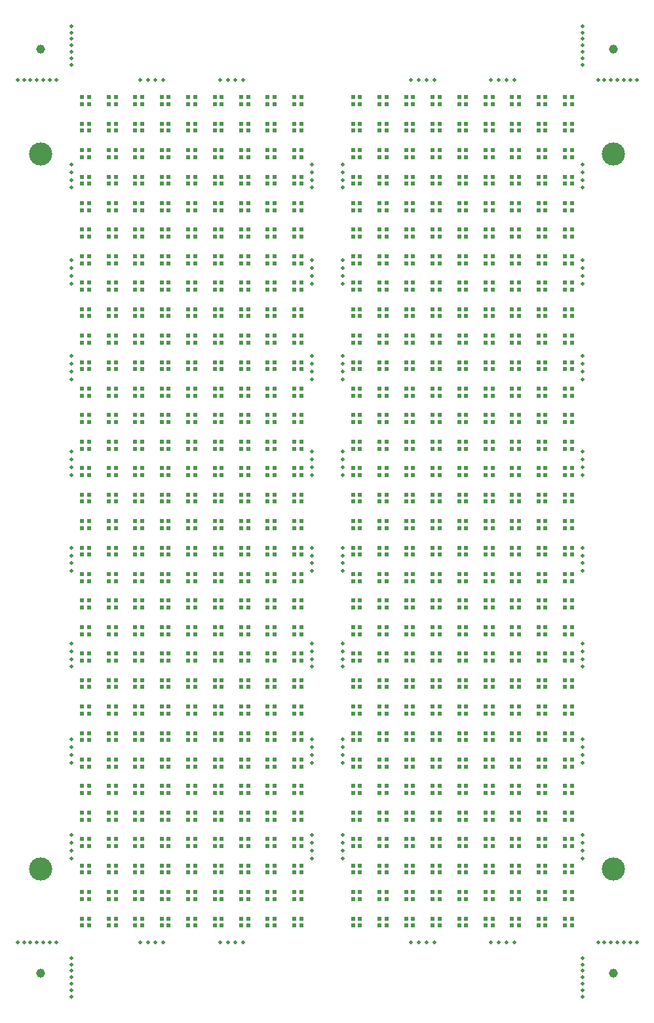
<source format=gts>
G04 #@! TF.GenerationSoftware,KiCad,Pcbnew,8.0.1*
G04 #@! TF.CreationDate,2024-03-31T21:58:01-04:00*
G04 #@! TF.ProjectId,RGB-Panel,5247422d-5061-46e6-956c-2e6b69636164,V3.0*
G04 #@! TF.SameCoordinates,Original*
G04 #@! TF.FileFunction,Soldermask,Top*
G04 #@! TF.FilePolarity,Negative*
%FSLAX46Y46*%
G04 Gerber Fmt 4.6, Leading zero omitted, Abs format (unit mm)*
G04 Created by KiCad (PCBNEW 8.0.1) date 2024-03-31 21:58:01*
%MOMM*%
%LPD*%
G01*
G04 APERTURE LIST*
%ADD10R,0.500000X0.500000*%
%ADD11C,0.500000*%
%ADD12C,1.152000*%
%ADD13C,3.000000*%
G04 APERTURE END LIST*
D10*
X84527006Y-33516000D03*
X84527006Y-32616000D03*
X83627006Y-32616000D03*
X83627006Y-33516000D03*
X101642006Y-71169000D03*
X101642006Y-70269000D03*
X100742006Y-70269000D03*
X100742006Y-71169000D03*
X91373006Y-91707000D03*
X91373006Y-90807000D03*
X90473006Y-90807000D03*
X90473006Y-91707000D03*
X119527006Y-98553000D03*
X119527006Y-97653000D03*
X118627006Y-97653000D03*
X118627006Y-98553000D03*
X81104006Y-54054000D03*
X81104006Y-53154000D03*
X80204006Y-53154000D03*
X80204006Y-54054000D03*
X133219006Y-47208000D03*
X133219006Y-46308000D03*
X132319006Y-46308000D03*
X132319006Y-47208000D03*
X81104006Y-136206000D03*
X81104006Y-135306000D03*
X80204006Y-135306000D03*
X80204006Y-136206000D03*
X122950006Y-54054000D03*
X122950006Y-53154000D03*
X122050006Y-53154000D03*
X122050006Y-54054000D03*
D11*
X102999997Y-89388886D03*
D10*
X87950006Y-67746000D03*
X87950006Y-66846000D03*
X87050006Y-66846000D03*
X87050006Y-67746000D03*
X87950006Y-74592000D03*
X87950006Y-73692000D03*
X87050006Y-73692000D03*
X87050006Y-74592000D03*
D11*
X137999994Y-64633332D03*
X103000000Y-115144441D03*
D10*
X116104006Y-132783000D03*
X116104006Y-131883000D03*
X115204006Y-131883000D03*
X115204006Y-132783000D03*
X77681006Y-95130000D03*
X77681006Y-94230000D03*
X76781006Y-94230000D03*
X76781006Y-95130000D03*
D11*
X127166667Y-27000001D03*
D10*
X122950006Y-43785000D03*
X122950006Y-42885000D03*
X122050006Y-42885000D03*
X122050006Y-43785000D03*
X101642006Y-54054000D03*
X101642006Y-53154000D03*
X100742006Y-53154000D03*
X100742006Y-54054000D03*
D11*
X80833332Y-138399995D03*
D10*
X136642006Y-84861000D03*
X136642006Y-83961000D03*
X135742006Y-83961000D03*
X135742006Y-84861000D03*
X119527006Y-95130000D03*
X119527006Y-94230000D03*
X118627006Y-94230000D03*
X118627006Y-95130000D03*
X81104006Y-125937000D03*
X81104006Y-125037000D03*
X80204006Y-125037000D03*
X80204006Y-125937000D03*
X81104006Y-81438000D03*
X81104006Y-80538000D03*
X80204006Y-80538000D03*
X80204006Y-81438000D03*
D11*
X129166667Y-138399995D03*
D10*
X116104006Y-95130000D03*
X116104006Y-94230000D03*
X115204006Y-94230000D03*
X115204006Y-95130000D03*
D11*
X144166669Y-27000000D03*
X118833331Y-138399995D03*
D10*
X126373006Y-119091000D03*
X126373006Y-118191000D03*
X125473006Y-118191000D03*
X125473006Y-119091000D03*
X101642006Y-95130000D03*
X101642006Y-94230000D03*
X100742006Y-94230000D03*
X100742006Y-95130000D03*
X94796006Y-33516000D03*
X94796006Y-32616000D03*
X93896006Y-32616000D03*
X93896006Y-33516000D03*
D11*
X71999998Y-125522218D03*
D10*
X94796006Y-30093000D03*
X94796006Y-29193000D03*
X93896006Y-29193000D03*
X93896006Y-30093000D03*
X91373006Y-64323000D03*
X91373006Y-63423000D03*
X90473006Y-63423000D03*
X90473006Y-64323000D03*
X119527006Y-84861000D03*
X119527006Y-83961000D03*
X118627006Y-83961000D03*
X118627006Y-84861000D03*
X98219006Y-125937000D03*
X98219006Y-125037000D03*
X97319006Y-125037000D03*
X97319006Y-125937000D03*
X112681006Y-60900000D03*
X112681006Y-60000000D03*
X111781006Y-60000000D03*
X111781006Y-60900000D03*
X91373006Y-129360000D03*
X91373006Y-128460000D03*
X90473006Y-128460000D03*
X90473006Y-129360000D03*
X91373006Y-78015000D03*
X91373006Y-77115000D03*
X90473006Y-77115000D03*
X90473006Y-78015000D03*
X109258006Y-136206000D03*
X109258006Y-135306000D03*
X108358006Y-135306000D03*
X108358006Y-136206000D03*
X101642006Y-81438000D03*
X101642006Y-80538000D03*
X100742006Y-80538000D03*
X100742006Y-81438000D03*
X136642006Y-112245000D03*
X136642006Y-111345000D03*
X135742006Y-111345000D03*
X135742006Y-112245000D03*
X91373006Y-119091000D03*
X91373006Y-118191000D03*
X90473006Y-118191000D03*
X90473006Y-119091000D03*
X129796006Y-105399000D03*
X129796006Y-104499000D03*
X128896006Y-104499000D03*
X128896006Y-105399000D03*
X126373006Y-129360000D03*
X126373006Y-128460000D03*
X125473006Y-128460000D03*
X125473006Y-129360000D03*
X112681006Y-67746000D03*
X112681006Y-66846000D03*
X111781006Y-66846000D03*
X111781006Y-67746000D03*
X119527006Y-81438000D03*
X119527006Y-80538000D03*
X118627006Y-80538000D03*
X118627006Y-81438000D03*
D11*
X72000002Y-78011109D03*
X71999997Y-127522218D03*
D10*
X129796006Y-88284000D03*
X129796006Y-87384000D03*
X128896006Y-87384000D03*
X128896006Y-88284000D03*
X133219006Y-95130000D03*
X133219006Y-94230000D03*
X132319006Y-94230000D03*
X132319006Y-95130000D03*
X119527006Y-71169000D03*
X119527006Y-70269000D03*
X118627006Y-70269000D03*
X118627006Y-71169000D03*
X116104006Y-47208000D03*
X116104006Y-46308000D03*
X115204006Y-46308000D03*
X115204006Y-47208000D03*
X109258006Y-88284000D03*
X109258006Y-87384000D03*
X108358006Y-87384000D03*
X108358006Y-88284000D03*
X91373006Y-115668000D03*
X91373006Y-114768000D03*
X90473006Y-114768000D03*
X90473006Y-115668000D03*
X77681006Y-54054000D03*
X77681006Y-53154000D03*
X76781006Y-53154000D03*
X76781006Y-54054000D03*
X136642006Y-98553000D03*
X136642006Y-97653000D03*
X135742006Y-97653000D03*
X135742006Y-98553000D03*
D11*
X107000005Y-38877777D03*
X128166667Y-138399995D03*
D10*
X87950006Y-64323000D03*
X87950006Y-63423000D03*
X87050006Y-63423000D03*
X87050006Y-64323000D03*
X136642006Y-95130000D03*
X136642006Y-94230000D03*
X135742006Y-94230000D03*
X135742006Y-95130000D03*
X112681006Y-40362000D03*
X112681006Y-39462000D03*
X111781006Y-39462000D03*
X111781006Y-40362000D03*
X136642006Y-57477000D03*
X136642006Y-56577000D03*
X135742006Y-56577000D03*
X135742006Y-57477000D03*
X112681006Y-98553000D03*
X112681006Y-97653000D03*
X111781006Y-97653000D03*
X111781006Y-98553000D03*
D11*
X71999997Y-141233328D03*
D10*
X112681006Y-47208000D03*
X112681006Y-46308000D03*
X111781006Y-46308000D03*
X111781006Y-47208000D03*
D11*
X71999997Y-22500000D03*
D10*
X126373006Y-67746000D03*
X126373006Y-66846000D03*
X125473006Y-66846000D03*
X125473006Y-67746000D03*
X119527006Y-43785000D03*
X119527006Y-42885000D03*
X118627006Y-42885000D03*
X118627006Y-43785000D03*
X101642006Y-119091000D03*
X101642006Y-118191000D03*
X100742006Y-118191000D03*
X100742006Y-119091000D03*
X91373006Y-108822000D03*
X91373006Y-107922000D03*
X90473006Y-107922000D03*
X90473006Y-108822000D03*
X126373006Y-84861000D03*
X126373006Y-83961000D03*
X125473006Y-83961000D03*
X125473006Y-84861000D03*
D11*
X102999991Y-37877777D03*
D10*
X136642006Y-88284000D03*
X136642006Y-87384000D03*
X135742006Y-87384000D03*
X135742006Y-88284000D03*
X109258006Y-125937000D03*
X109258006Y-125037000D03*
X108358006Y-125037000D03*
X108358006Y-125937000D03*
X87950006Y-112245000D03*
X87950006Y-111345000D03*
X87050006Y-111345000D03*
X87050006Y-112245000D03*
X133219006Y-105399000D03*
X133219006Y-104499000D03*
X132319006Y-104499000D03*
X132319006Y-105399000D03*
X98219006Y-36939000D03*
X98219006Y-36039000D03*
X97319006Y-36039000D03*
X97319006Y-36939000D03*
D11*
X71999997Y-144566661D03*
D10*
X101642006Y-108822000D03*
X101642006Y-107922000D03*
X100742006Y-107922000D03*
X100742006Y-108822000D03*
X136642006Y-36939000D03*
X136642006Y-36039000D03*
X135742006Y-36039000D03*
X135742006Y-36939000D03*
X122950006Y-78015000D03*
X122950006Y-77115000D03*
X122050006Y-77115000D03*
X122050006Y-78015000D03*
D11*
X72000002Y-75011109D03*
X102999995Y-76011109D03*
X138000002Y-141233328D03*
D10*
X126373006Y-112245000D03*
X126373006Y-111345000D03*
X125473006Y-111345000D03*
X125473006Y-112245000D03*
D12*
X67999997Y-23000000D03*
D10*
X84527006Y-98553000D03*
X84527006Y-97653000D03*
X83627006Y-97653000D03*
X83627006Y-98553000D03*
D11*
X103000000Y-114144441D03*
D10*
X126373006Y-30093000D03*
X126373006Y-29193000D03*
X125473006Y-29193000D03*
X125473006Y-30093000D03*
X101642006Y-98553000D03*
X101642006Y-97653000D03*
X100742006Y-97653000D03*
X100742006Y-98553000D03*
X129796006Y-81438000D03*
X129796006Y-80538000D03*
X128896006Y-80538000D03*
X128896006Y-81438000D03*
X122950006Y-122514000D03*
X122950006Y-121614000D03*
X122050006Y-121614000D03*
X122050006Y-122514000D03*
X119527006Y-40362000D03*
X119527006Y-39462000D03*
X118627006Y-39462000D03*
X118627006Y-40362000D03*
X81104006Y-30093000D03*
X81104006Y-29193000D03*
X80204006Y-29193000D03*
X80204006Y-30093000D03*
D11*
X72000006Y-38877777D03*
D10*
X119527006Y-74592000D03*
X119527006Y-73692000D03*
X118627006Y-73692000D03*
X118627006Y-74592000D03*
X126373006Y-78015000D03*
X126373006Y-77115000D03*
X125473006Y-77115000D03*
X125473006Y-78015000D03*
X116104006Y-108822000D03*
X116104006Y-107922000D03*
X115204006Y-107922000D03*
X115204006Y-108822000D03*
X77681006Y-132783000D03*
X77681006Y-131883000D03*
X76781006Y-131883000D03*
X76781006Y-132783000D03*
X101642006Y-33516000D03*
X101642006Y-32616000D03*
X100742006Y-32616000D03*
X100742006Y-33516000D03*
X109258006Y-78015000D03*
X109258006Y-77115000D03*
X108358006Y-77115000D03*
X108358006Y-78015000D03*
D11*
X107000000Y-88388886D03*
D10*
X74258006Y-50631000D03*
X74258006Y-49731000D03*
X73358006Y-49731000D03*
X73358006Y-50631000D03*
D11*
X102999995Y-75011109D03*
D10*
X94796006Y-129360000D03*
X94796006Y-128460000D03*
X93896006Y-128460000D03*
X93896006Y-129360000D03*
X136642006Y-67746000D03*
X136642006Y-66846000D03*
X135742006Y-66846000D03*
X135742006Y-67746000D03*
D11*
X107000000Y-90388886D03*
X137999995Y-76011109D03*
X137999998Y-99766663D03*
D10*
X112681006Y-91707000D03*
X112681006Y-90807000D03*
X111781006Y-90807000D03*
X111781006Y-91707000D03*
X109258006Y-84861000D03*
X109258006Y-83961000D03*
X108358006Y-83961000D03*
X108358006Y-84861000D03*
X74258006Y-47208000D03*
X74258006Y-46308000D03*
X73358006Y-46308000D03*
X73358006Y-47208000D03*
X74258006Y-33516000D03*
X74258006Y-32616000D03*
X73358006Y-32616000D03*
X73358006Y-33516000D03*
D11*
X106999996Y-126522218D03*
D10*
X91373006Y-125937000D03*
X91373006Y-125037000D03*
X90473006Y-125037000D03*
X90473006Y-125937000D03*
X91373006Y-50631000D03*
X91373006Y-49731000D03*
X90473006Y-49731000D03*
X90473006Y-50631000D03*
X129796006Y-50631000D03*
X129796006Y-49731000D03*
X128896006Y-49731000D03*
X128896006Y-50631000D03*
D11*
X102999998Y-99766663D03*
D10*
X94796006Y-47208000D03*
X94796006Y-46308000D03*
X93896006Y-46308000D03*
X93896006Y-47208000D03*
X129796006Y-71169000D03*
X129796006Y-70269000D03*
X128896006Y-70269000D03*
X128896006Y-71169000D03*
X94796006Y-40362000D03*
X94796006Y-39462000D03*
X93896006Y-39462000D03*
X93896006Y-40362000D03*
D11*
X102999994Y-65633332D03*
D10*
X94796006Y-50631000D03*
X94796006Y-49731000D03*
X93896006Y-49731000D03*
X93896006Y-50631000D03*
X87950006Y-115668000D03*
X87950006Y-114768000D03*
X87050006Y-114768000D03*
X87050006Y-115668000D03*
X91373006Y-132783000D03*
X91373006Y-131883000D03*
X90473006Y-131883000D03*
X90473006Y-132783000D03*
X91373006Y-74592000D03*
X91373006Y-73692000D03*
X90473006Y-73692000D03*
X90473006Y-74592000D03*
X87950006Y-98553000D03*
X87950006Y-97653000D03*
X87050006Y-97653000D03*
X87050006Y-98553000D03*
X98219006Y-71169000D03*
X98219006Y-70269000D03*
X97319006Y-70269000D03*
X97319006Y-71169000D03*
D11*
X71999997Y-142899995D03*
D10*
X87950006Y-108822000D03*
X87950006Y-107922000D03*
X87050006Y-107922000D03*
X87050006Y-108822000D03*
X136642006Y-60900000D03*
X136642006Y-60000000D03*
X135742006Y-60000000D03*
X135742006Y-60900000D03*
X136642006Y-122514000D03*
X136642006Y-121614000D03*
X135742006Y-121614000D03*
X135742006Y-122514000D03*
X74258006Y-54054000D03*
X74258006Y-53154000D03*
X73358006Y-53154000D03*
X73358006Y-54054000D03*
X126373006Y-105399000D03*
X126373006Y-104499000D03*
X125473006Y-104499000D03*
X125473006Y-105399000D03*
X133219006Y-122514000D03*
X133219006Y-121614000D03*
X132319006Y-121614000D03*
X132319006Y-122514000D03*
X119527006Y-88284000D03*
X119527006Y-87384000D03*
X118627006Y-87384000D03*
X118627006Y-88284000D03*
X87950006Y-71169000D03*
X87950006Y-70269000D03*
X87050006Y-70269000D03*
X87050006Y-71169000D03*
X129796006Y-40362000D03*
X129796006Y-39462000D03*
X128896006Y-39462000D03*
X128896006Y-40362000D03*
X126373006Y-74592000D03*
X126373006Y-73692000D03*
X125473006Y-73692000D03*
X125473006Y-74592000D03*
X101642006Y-47208000D03*
X101642006Y-46308000D03*
X100742006Y-46308000D03*
X100742006Y-47208000D03*
X129796006Y-129360000D03*
X129796006Y-128460000D03*
X128896006Y-128460000D03*
X128896006Y-129360000D03*
X112681006Y-101976000D03*
X112681006Y-101076000D03*
X111781006Y-101076000D03*
X111781006Y-101976000D03*
X129796006Y-78015000D03*
X129796006Y-77115000D03*
X128896006Y-77115000D03*
X128896006Y-78015000D03*
X98219006Y-132783000D03*
X98219006Y-131883000D03*
X97319006Y-131883000D03*
X97319006Y-132783000D03*
D11*
X72000000Y-99766663D03*
D10*
X119527006Y-132783000D03*
X119527006Y-131883000D03*
X118627006Y-131883000D03*
X118627006Y-132783000D03*
X77681006Y-98553000D03*
X77681006Y-97653000D03*
X76781006Y-97653000D03*
X76781006Y-98553000D03*
X122950006Y-47208000D03*
X122950006Y-46308000D03*
X122050006Y-46308000D03*
X122050006Y-47208000D03*
X94796006Y-54054000D03*
X94796006Y-53154000D03*
X93896006Y-53154000D03*
X93896006Y-54054000D03*
X109258006Y-115668000D03*
X109258006Y-114768000D03*
X108358006Y-114768000D03*
X108358006Y-115668000D03*
X133219006Y-43785000D03*
X133219006Y-42885000D03*
X132319006Y-42885000D03*
X132319006Y-43785000D03*
X91373006Y-54054000D03*
X91373006Y-53154000D03*
X90473006Y-53154000D03*
X90473006Y-54054000D03*
X87950006Y-43785000D03*
X87950006Y-42885000D03*
X87050006Y-42885000D03*
X87050006Y-43785000D03*
X116104006Y-40362000D03*
X116104006Y-39462000D03*
X115204006Y-39462000D03*
X115204006Y-40362000D03*
X136642006Y-47208000D03*
X136642006Y-46308000D03*
X135742006Y-46308000D03*
X135742006Y-47208000D03*
X126373006Y-36939000D03*
X126373006Y-36039000D03*
X125473006Y-36039000D03*
X125473006Y-36939000D03*
X133219006Y-30093000D03*
X133219006Y-29193000D03*
X132319006Y-29193000D03*
X132319006Y-30093000D03*
X126373006Y-71169000D03*
X126373006Y-70269000D03*
X125473006Y-70269000D03*
X125473006Y-71169000D03*
X126373006Y-91707000D03*
X126373006Y-90807000D03*
X125473006Y-90807000D03*
X125473006Y-91707000D03*
D11*
X72000003Y-63633332D03*
X83833332Y-138399995D03*
D10*
X101642006Y-132783000D03*
X101642006Y-131883000D03*
X100742006Y-131883000D03*
X100742006Y-132783000D03*
X122950006Y-129360000D03*
X122950006Y-128460000D03*
X122050006Y-128460000D03*
X122050006Y-129360000D03*
X116104006Y-91707000D03*
X116104006Y-90807000D03*
X115204006Y-90807000D03*
X115204006Y-91707000D03*
D11*
X71999999Y-115144441D03*
D10*
X98219006Y-91707000D03*
X98219006Y-90807000D03*
X97319006Y-90807000D03*
X97319006Y-91707000D03*
D11*
X72000001Y-90388886D03*
X102999995Y-78011109D03*
X144166669Y-138399996D03*
X72000000Y-100766663D03*
X72000003Y-62633332D03*
D10*
X119527006Y-122514000D03*
X119527006Y-121614000D03*
X118627006Y-121614000D03*
X118627006Y-122514000D03*
X87950006Y-40362000D03*
X87950006Y-39462000D03*
X87050006Y-39462000D03*
X87050006Y-40362000D03*
D11*
X72000006Y-37877777D03*
D10*
X136642006Y-132783000D03*
X136642006Y-131883000D03*
X135742006Y-131883000D03*
X135742006Y-132783000D03*
X109258006Y-129360000D03*
X109258006Y-128460000D03*
X108358006Y-128460000D03*
X108358006Y-129360000D03*
X122950006Y-119091000D03*
X122950006Y-118191000D03*
X122050006Y-118191000D03*
X122050006Y-119091000D03*
X94796006Y-43785000D03*
X94796006Y-42885000D03*
X93896006Y-42885000D03*
X93896006Y-43785000D03*
X133219006Y-74592000D03*
X133219006Y-73692000D03*
X132319006Y-73692000D03*
X132319006Y-74592000D03*
X109258006Y-98553000D03*
X109258006Y-97653000D03*
X108358006Y-97653000D03*
X108358006Y-98553000D03*
D11*
X137999992Y-51255554D03*
D10*
X94796006Y-108822000D03*
X94796006Y-107922000D03*
X93896006Y-107922000D03*
X93896006Y-108822000D03*
X98219006Y-84861000D03*
X98219006Y-83961000D03*
X97319006Y-83961000D03*
X97319006Y-84861000D03*
X74258006Y-129360000D03*
X74258006Y-128460000D03*
X73358006Y-128460000D03*
X73358006Y-129360000D03*
X94796006Y-95130000D03*
X94796006Y-94230000D03*
X93896006Y-94230000D03*
X93896006Y-95130000D03*
D11*
X72000001Y-87388886D03*
D10*
X126373006Y-88284000D03*
X126373006Y-87384000D03*
X125473006Y-87384000D03*
X125473006Y-88284000D03*
X122950006Y-105399000D03*
X122950006Y-104499000D03*
X122050006Y-104499000D03*
X122050006Y-105399000D03*
D11*
X64999997Y-138399996D03*
D10*
X109258006Y-40362000D03*
X109258006Y-39462000D03*
X108358006Y-39462000D03*
X108358006Y-40362000D03*
X112681006Y-33516000D03*
X112681006Y-32616000D03*
X111781006Y-32616000D03*
X111781006Y-33516000D03*
D11*
X107000001Y-76011109D03*
D10*
X109258006Y-119091000D03*
X109258006Y-118191000D03*
X108358006Y-118191000D03*
X108358006Y-119091000D03*
X81104006Y-105399000D03*
X81104006Y-104499000D03*
X80204006Y-104499000D03*
X80204006Y-105399000D03*
X109258006Y-91707000D03*
X109258006Y-90807000D03*
X108358006Y-90807000D03*
X108358006Y-91707000D03*
D11*
X66666664Y-27000000D03*
D10*
X119527006Y-47208000D03*
X119527006Y-46308000D03*
X118627006Y-46308000D03*
X118627006Y-47208000D03*
X109258006Y-101976000D03*
X109258006Y-101076000D03*
X108358006Y-101076000D03*
X108358006Y-101976000D03*
X112681006Y-71169000D03*
X112681006Y-70269000D03*
X111781006Y-70269000D03*
X111781006Y-71169000D03*
X98219006Y-54054000D03*
X98219006Y-53154000D03*
X97319006Y-53154000D03*
X97319006Y-54054000D03*
X87950006Y-95130000D03*
X87950006Y-94230000D03*
X87050006Y-94230000D03*
X87050006Y-95130000D03*
D11*
X127166667Y-138399995D03*
D10*
X74258006Y-112245000D03*
X74258006Y-111345000D03*
X73358006Y-111345000D03*
X73358006Y-112245000D03*
X133219006Y-36939000D03*
X133219006Y-36039000D03*
X132319006Y-36039000D03*
X132319006Y-36939000D03*
X101642006Y-43785000D03*
X101642006Y-42885000D03*
X100742006Y-42885000D03*
X100742006Y-43785000D03*
X133219006Y-119091000D03*
X133219006Y-118191000D03*
X132319006Y-118191000D03*
X132319006Y-119091000D03*
X98219006Y-81438000D03*
X98219006Y-80538000D03*
X97319006Y-80538000D03*
X97319006Y-81438000D03*
X133219006Y-57477000D03*
X133219006Y-56577000D03*
X132319006Y-56577000D03*
X132319006Y-57477000D03*
D11*
X71999999Y-114144441D03*
D10*
X101642006Y-112245000D03*
X101642006Y-111345000D03*
X100742006Y-111345000D03*
X100742006Y-112245000D03*
X136642006Y-81438000D03*
X136642006Y-80538000D03*
X135742006Y-80538000D03*
X135742006Y-81438000D03*
X129796006Y-43785000D03*
X129796006Y-42885000D03*
X128896006Y-42885000D03*
X128896006Y-43785000D03*
D11*
X71999998Y-124522218D03*
D10*
X84527006Y-132783000D03*
X84527006Y-131883000D03*
X83627006Y-131883000D03*
X83627006Y-132783000D03*
X136642006Y-30093000D03*
X136642006Y-29193000D03*
X135742006Y-29193000D03*
X135742006Y-30093000D03*
X109258006Y-54054000D03*
X109258006Y-53154000D03*
X108358006Y-53154000D03*
X108358006Y-54054000D03*
X126373006Y-101976000D03*
X126373006Y-101076000D03*
X125473006Y-101076000D03*
X125473006Y-101976000D03*
X87950006Y-88284000D03*
X87950006Y-87384000D03*
X87050006Y-87384000D03*
X87050006Y-88284000D03*
X126373006Y-54054000D03*
X126373006Y-53154000D03*
X125473006Y-53154000D03*
X125473006Y-54054000D03*
X133219006Y-88284000D03*
X133219006Y-87384000D03*
X132319006Y-87384000D03*
X132319006Y-88284000D03*
X119527006Y-108822000D03*
X119527006Y-107922000D03*
X118627006Y-107922000D03*
X118627006Y-108822000D03*
D11*
X107000003Y-53255554D03*
X102999991Y-39877777D03*
D10*
X129796006Y-54054000D03*
X129796006Y-53154000D03*
X128896006Y-53154000D03*
X128896006Y-54054000D03*
X94796006Y-115668000D03*
X94796006Y-114768000D03*
X93896006Y-114768000D03*
X93896006Y-115668000D03*
X126373006Y-47208000D03*
X126373006Y-46308000D03*
X125473006Y-46308000D03*
X125473006Y-47208000D03*
D11*
X71999997Y-20833334D03*
D10*
X126373006Y-33516000D03*
X126373006Y-32616000D03*
X125473006Y-32616000D03*
X125473006Y-33516000D03*
X133219006Y-54054000D03*
X133219006Y-53154000D03*
X132319006Y-53154000D03*
X132319006Y-54054000D03*
X116104006Y-64323000D03*
X116104006Y-63423000D03*
X115204006Y-63423000D03*
X115204006Y-64323000D03*
X109258006Y-60900000D03*
X109258006Y-60000000D03*
X108358006Y-60000000D03*
X108358006Y-60900000D03*
X81104006Y-74592000D03*
X81104006Y-73692000D03*
X80204006Y-73692000D03*
X80204006Y-74592000D03*
X129796006Y-108822000D03*
X129796006Y-107922000D03*
X128896006Y-107922000D03*
X128896006Y-108822000D03*
D11*
X80833332Y-27000000D03*
D10*
X116104006Y-54054000D03*
X116104006Y-53154000D03*
X115204006Y-53154000D03*
X115204006Y-54054000D03*
X119527006Y-67746000D03*
X119527006Y-66846000D03*
X118627006Y-66846000D03*
X118627006Y-67746000D03*
X87950006Y-81438000D03*
X87950006Y-80538000D03*
X87050006Y-80538000D03*
X87050006Y-81438000D03*
X81104006Y-47208000D03*
X81104006Y-46308000D03*
X80204006Y-46308000D03*
X80204006Y-47208000D03*
D11*
X69999997Y-138399996D03*
D10*
X98219006Y-43785000D03*
X98219006Y-42885000D03*
X97319006Y-42885000D03*
X97319006Y-43785000D03*
X116104006Y-78015000D03*
X116104006Y-77115000D03*
X115204006Y-77115000D03*
X115204006Y-78015000D03*
X84527006Y-60900000D03*
X84527006Y-60000000D03*
X83627006Y-60000000D03*
X83627006Y-60900000D03*
X81104006Y-67746000D03*
X81104006Y-66846000D03*
X80204006Y-66846000D03*
X80204006Y-67746000D03*
X87950006Y-47208000D03*
X87950006Y-46308000D03*
X87050006Y-46308000D03*
X87050006Y-47208000D03*
X133219006Y-50631000D03*
X133219006Y-49731000D03*
X132319006Y-49731000D03*
X132319006Y-50631000D03*
X94796006Y-119091000D03*
X94796006Y-118191000D03*
X93896006Y-118191000D03*
X93896006Y-119091000D03*
X116104006Y-74592000D03*
X116104006Y-73692000D03*
X115204006Y-73692000D03*
X115204006Y-74592000D03*
X101642006Y-50631000D03*
X101642006Y-49731000D03*
X100742006Y-49731000D03*
X100742006Y-50631000D03*
X109258006Y-122514000D03*
X109258006Y-121614000D03*
X108358006Y-121614000D03*
X108358006Y-122514000D03*
X77681006Y-81438000D03*
X77681006Y-80538000D03*
X76781006Y-80538000D03*
X76781006Y-81438000D03*
X126373006Y-60900000D03*
X126373006Y-60000000D03*
X125473006Y-60000000D03*
X125473006Y-60900000D03*
D11*
X137999999Y-112144441D03*
D10*
X74258006Y-132783000D03*
X74258006Y-131883000D03*
X73358006Y-131883000D03*
X73358006Y-132783000D03*
X81104006Y-115668000D03*
X81104006Y-114768000D03*
X80204006Y-114768000D03*
X80204006Y-115668000D03*
X112681006Y-115668000D03*
X112681006Y-114768000D03*
X111781006Y-114768000D03*
X111781006Y-115668000D03*
X126373006Y-40362000D03*
X126373006Y-39462000D03*
X125473006Y-39462000D03*
X125473006Y-40362000D03*
D11*
X140000003Y-138399996D03*
D10*
X91373006Y-112245000D03*
X91373006Y-111345000D03*
X90473006Y-111345000D03*
X90473006Y-112245000D03*
X119527006Y-60900000D03*
X119527006Y-60000000D03*
X118627006Y-60000000D03*
X118627006Y-60900000D03*
X126373006Y-115668000D03*
X126373006Y-114768000D03*
X125473006Y-114768000D03*
X125473006Y-115668000D03*
X74258006Y-57477000D03*
X74258006Y-56577000D03*
X73358006Y-56577000D03*
X73358006Y-57477000D03*
X74258006Y-30093000D03*
X74258006Y-29193000D03*
X73358006Y-29193000D03*
X73358006Y-30093000D03*
X81104006Y-43785000D03*
X81104006Y-42885000D03*
X80204006Y-42885000D03*
X80204006Y-43785000D03*
X98219006Y-67746000D03*
X98219006Y-66846000D03*
X97319006Y-66846000D03*
X97319006Y-67746000D03*
D11*
X106999998Y-114144441D03*
X82833332Y-27000000D03*
D10*
X81104006Y-50631000D03*
X81104006Y-49731000D03*
X80204006Y-49731000D03*
X80204006Y-50631000D03*
D11*
X71999997Y-142066661D03*
X94166667Y-27000001D03*
X138000001Y-126522218D03*
D10*
X81104006Y-108822000D03*
X81104006Y-107922000D03*
X80204006Y-107922000D03*
X80204006Y-108822000D03*
X98219006Y-108822000D03*
X98219006Y-107922000D03*
X97319006Y-107922000D03*
X97319006Y-108822000D03*
D11*
X71999997Y-140399995D03*
D10*
X136642006Y-40362000D03*
X136642006Y-39462000D03*
X135742006Y-39462000D03*
X135742006Y-40362000D03*
X94796006Y-57477000D03*
X94796006Y-56577000D03*
X93896006Y-56577000D03*
X93896006Y-57477000D03*
D11*
X71999999Y-112144441D03*
D10*
X81104006Y-64323000D03*
X81104006Y-63423000D03*
X80204006Y-63423000D03*
X80204006Y-64323000D03*
X98219006Y-101976000D03*
X98219006Y-101076000D03*
X97319006Y-101076000D03*
X97319006Y-101976000D03*
X77681006Y-125937000D03*
X77681006Y-125037000D03*
X76781006Y-125037000D03*
X76781006Y-125937000D03*
X84527006Y-64323000D03*
X84527006Y-63423000D03*
X83627006Y-63423000D03*
X83627006Y-64323000D03*
X87950006Y-122514000D03*
X87950006Y-121614000D03*
X87050006Y-121614000D03*
X87050006Y-122514000D03*
D11*
X106999998Y-115144441D03*
D10*
X133219006Y-84861000D03*
X133219006Y-83961000D03*
X132319006Y-83961000D03*
X132319006Y-84861000D03*
X81104006Y-119091000D03*
X81104006Y-118191000D03*
X80204006Y-118191000D03*
X80204006Y-119091000D03*
X119527006Y-64323000D03*
X119527006Y-63423000D03*
X118627006Y-63423000D03*
X118627006Y-64323000D03*
X112681006Y-36939000D03*
X112681006Y-36039000D03*
X111781006Y-36039000D03*
X111781006Y-36939000D03*
D11*
X103000001Y-127522218D03*
D10*
X136642006Y-71169000D03*
X136642006Y-70269000D03*
X135742006Y-70269000D03*
X135742006Y-71169000D03*
D11*
X138000000Y-114144441D03*
D10*
X109258006Y-50631000D03*
X109258006Y-49731000D03*
X108358006Y-49731000D03*
X108358006Y-50631000D03*
D11*
X141666669Y-138399996D03*
D10*
X101642006Y-67746000D03*
X101642006Y-66846000D03*
X100742006Y-66846000D03*
X100742006Y-67746000D03*
D11*
X117833331Y-138399995D03*
D10*
X129796006Y-112245000D03*
X129796006Y-111345000D03*
X128896006Y-111345000D03*
X128896006Y-112245000D03*
X98219006Y-30093000D03*
X98219006Y-29193000D03*
X97319006Y-29193000D03*
X97319006Y-30093000D03*
D11*
X71999997Y-143733328D03*
D10*
X116104006Y-119091000D03*
X116104006Y-118191000D03*
X115204006Y-118191000D03*
X115204006Y-119091000D03*
X109258006Y-36939000D03*
X109258006Y-36039000D03*
X108358006Y-36039000D03*
X108358006Y-36939000D03*
X74258006Y-81438000D03*
X74258006Y-80538000D03*
X73358006Y-80538000D03*
X73358006Y-81438000D03*
X81104006Y-40362000D03*
X81104006Y-39462000D03*
X80204006Y-39462000D03*
X80204006Y-40362000D03*
D11*
X102999993Y-53255554D03*
X107000004Y-39877777D03*
X138000002Y-144566661D03*
D10*
X84527006Y-122514000D03*
X84527006Y-121614000D03*
X83627006Y-121614000D03*
X83627006Y-122514000D03*
D11*
X72000005Y-40877777D03*
D10*
X116104006Y-101976000D03*
X116104006Y-101076000D03*
X115204006Y-101076000D03*
X115204006Y-101976000D03*
X81104006Y-132783000D03*
X81104006Y-131883000D03*
X80204006Y-131883000D03*
X80204006Y-132783000D03*
X98219006Y-105399000D03*
X98219006Y-104499000D03*
X97319006Y-104499000D03*
X97319006Y-105399000D03*
X87950006Y-129360000D03*
X87950006Y-128460000D03*
X87050006Y-128460000D03*
X87050006Y-129360000D03*
D11*
X107000003Y-51255554D03*
D10*
X109258006Y-112245000D03*
X109258006Y-111345000D03*
X108358006Y-111345000D03*
X108358006Y-112245000D03*
X133219006Y-60900000D03*
X133219006Y-60000000D03*
X132319006Y-60000000D03*
X132319006Y-60900000D03*
D11*
X102999992Y-50255554D03*
D10*
X112681006Y-112245000D03*
X112681006Y-111345000D03*
X111781006Y-111345000D03*
X111781006Y-112245000D03*
X77681006Y-60900000D03*
X77681006Y-60000000D03*
X76781006Y-60000000D03*
X76781006Y-60900000D03*
X84527006Y-78015000D03*
X84527006Y-77115000D03*
X83627006Y-77115000D03*
X83627006Y-78015000D03*
X126373006Y-136206000D03*
X126373006Y-135306000D03*
X125473006Y-135306000D03*
X125473006Y-136206000D03*
D11*
X115833331Y-27000000D03*
D10*
X94796006Y-136206000D03*
X94796006Y-135306000D03*
X93896006Y-135306000D03*
X93896006Y-136206000D03*
X122950006Y-57477000D03*
X122950006Y-56577000D03*
X122050006Y-56577000D03*
X122050006Y-57477000D03*
X77681006Y-78015000D03*
X77681006Y-77115000D03*
X76781006Y-77115000D03*
X76781006Y-78015000D03*
D11*
X138000001Y-125522218D03*
D10*
X129796006Y-115668000D03*
X129796006Y-114768000D03*
X128896006Y-114768000D03*
X128896006Y-115668000D03*
D11*
X137999998Y-102766663D03*
D10*
X112681006Y-84861000D03*
X112681006Y-83961000D03*
X111781006Y-83961000D03*
X111781006Y-84861000D03*
D11*
X72000003Y-65633332D03*
D10*
X87950006Y-91707000D03*
X87950006Y-90807000D03*
X87050006Y-90807000D03*
X87050006Y-91707000D03*
X98219006Y-119091000D03*
X98219006Y-118191000D03*
X97319006Y-118191000D03*
X97319006Y-119091000D03*
X81104006Y-33516000D03*
X81104006Y-32616000D03*
X80204006Y-32616000D03*
X80204006Y-33516000D03*
D11*
X106999997Y-124522218D03*
D10*
X94796006Y-101976000D03*
X94796006Y-101076000D03*
X93896006Y-101076000D03*
X93896006Y-101976000D03*
X122950006Y-91707000D03*
X122950006Y-90807000D03*
X122050006Y-90807000D03*
X122050006Y-91707000D03*
D11*
X137999994Y-63633332D03*
D10*
X122950006Y-132783000D03*
X122950006Y-131883000D03*
X122050006Y-131883000D03*
X122050006Y-132783000D03*
D11*
X106999999Y-102766663D03*
D10*
X129796006Y-60900000D03*
X129796006Y-60000000D03*
X128896006Y-60000000D03*
X128896006Y-60900000D03*
X74258006Y-119091000D03*
X74258006Y-118191000D03*
X73358006Y-118191000D03*
X73358006Y-119091000D03*
D11*
X137999994Y-65633332D03*
X83833332Y-27000000D03*
D10*
X126373006Y-95130000D03*
X126373006Y-94230000D03*
X125473006Y-94230000D03*
X125473006Y-95130000D03*
X122950006Y-30093000D03*
X122950006Y-29193000D03*
X122050006Y-29193000D03*
X122050006Y-30093000D03*
X74258006Y-36939000D03*
X74258006Y-36039000D03*
X73358006Y-36039000D03*
X73358006Y-36939000D03*
D11*
X107000002Y-64633332D03*
D10*
X122950006Y-88284000D03*
X122950006Y-87384000D03*
X122050006Y-87384000D03*
X122050006Y-88284000D03*
X87950006Y-30093000D03*
X87950006Y-29193000D03*
X87050006Y-29193000D03*
X87050006Y-30093000D03*
X101642006Y-101976000D03*
X101642006Y-101076000D03*
X100742006Y-101076000D03*
X100742006Y-101976000D03*
X94796006Y-67746000D03*
X94796006Y-66846000D03*
X93896006Y-66846000D03*
X93896006Y-67746000D03*
X77681006Y-33516000D03*
X77681006Y-32616000D03*
X76781006Y-32616000D03*
X76781006Y-33516000D03*
X98219006Y-78015000D03*
X98219006Y-77115000D03*
X97319006Y-77115000D03*
X97319006Y-78015000D03*
D11*
X145000003Y-27000000D03*
X126166667Y-27000001D03*
D10*
X136642006Y-64323000D03*
X136642006Y-63423000D03*
X135742006Y-63423000D03*
X135742006Y-64323000D03*
D11*
X107000003Y-52255554D03*
D10*
X98219006Y-40362000D03*
X98219006Y-39462000D03*
X97319006Y-39462000D03*
X97319006Y-40362000D03*
X116104006Y-98553000D03*
X116104006Y-97653000D03*
X115204006Y-97653000D03*
X115204006Y-98553000D03*
X77681006Y-30093000D03*
X77681006Y-29193000D03*
X76781006Y-29193000D03*
X76781006Y-30093000D03*
X101642006Y-57477000D03*
X101642006Y-56577000D03*
X100742006Y-56577000D03*
X100742006Y-57477000D03*
D11*
X72000004Y-50255554D03*
D10*
X101642006Y-136206000D03*
X101642006Y-135306000D03*
X100742006Y-135306000D03*
X100742006Y-136206000D03*
X94796006Y-74592000D03*
X94796006Y-73692000D03*
X93896006Y-73692000D03*
X93896006Y-74592000D03*
D11*
X137999991Y-38877777D03*
X138000001Y-124522218D03*
X82833332Y-138399995D03*
D10*
X94796006Y-64323000D03*
X94796006Y-63423000D03*
X93896006Y-63423000D03*
X93896006Y-64323000D03*
X133219006Y-71169000D03*
X133219006Y-70269000D03*
X132319006Y-70269000D03*
X132319006Y-71169000D03*
X84527006Y-108822000D03*
X84527006Y-107922000D03*
X83627006Y-107922000D03*
X83627006Y-108822000D03*
D13*
X67999997Y-128899995D03*
D10*
X94796006Y-60900000D03*
X94796006Y-60000000D03*
X93896006Y-60000000D03*
X93896006Y-60900000D03*
D11*
X72000001Y-88388886D03*
X137999992Y-50255554D03*
D10*
X112681006Y-57477000D03*
X112681006Y-56577000D03*
X111781006Y-56577000D03*
X111781006Y-57477000D03*
X112681006Y-50631000D03*
X112681006Y-49731000D03*
X111781006Y-49731000D03*
X111781006Y-50631000D03*
D11*
X102999991Y-40877777D03*
D10*
X101642006Y-64323000D03*
X101642006Y-63423000D03*
X100742006Y-63423000D03*
X100742006Y-64323000D03*
X98219006Y-60900000D03*
X98219006Y-60000000D03*
X97319006Y-60000000D03*
X97319006Y-60900000D03*
X112681006Y-122514000D03*
X112681006Y-121614000D03*
X111781006Y-121614000D03*
X111781006Y-122514000D03*
D11*
X72000002Y-76011109D03*
X81833332Y-27000000D03*
D10*
X98219006Y-115668000D03*
X98219006Y-114768000D03*
X97319006Y-114768000D03*
X97319006Y-115668000D03*
D11*
X102999994Y-64633332D03*
D10*
X136642006Y-74592000D03*
X136642006Y-73692000D03*
X135742006Y-73692000D03*
X135742006Y-74592000D03*
X91373006Y-67746000D03*
X91373006Y-66846000D03*
X90473006Y-66846000D03*
X90473006Y-67746000D03*
D11*
X92166667Y-27000001D03*
X69166664Y-138399996D03*
D10*
X84527006Y-67746000D03*
X84527006Y-66846000D03*
X83627006Y-66846000D03*
X83627006Y-67746000D03*
X101642006Y-115668000D03*
X101642006Y-114768000D03*
X100742006Y-114768000D03*
X100742006Y-115668000D03*
D11*
X72000004Y-52255554D03*
X71999997Y-21666667D03*
D10*
X122950006Y-60900000D03*
X122950006Y-60000000D03*
X122050006Y-60000000D03*
X122050006Y-60900000D03*
X98219006Y-129360000D03*
X98219006Y-128460000D03*
X97319006Y-128460000D03*
X97319006Y-129360000D03*
D11*
X106999999Y-101766663D03*
D10*
X126373006Y-81438000D03*
X126373006Y-80538000D03*
X125473006Y-80538000D03*
X125473006Y-81438000D03*
D11*
X71999997Y-145399995D03*
X138000001Y-127522218D03*
D10*
X129796006Y-136206000D03*
X129796006Y-135306000D03*
X128896006Y-135306000D03*
X128896006Y-136206000D03*
X116104006Y-36939000D03*
X116104006Y-36039000D03*
X115204006Y-36039000D03*
X115204006Y-36939000D03*
D11*
X116833331Y-27000000D03*
D10*
X84527006Y-91707000D03*
X84527006Y-90807000D03*
X83627006Y-90807000D03*
X83627006Y-91707000D03*
X109258006Y-57477000D03*
X109258006Y-56577000D03*
X108358006Y-56577000D03*
X108358006Y-57477000D03*
X119527006Y-36939000D03*
X119527006Y-36039000D03*
X118627006Y-36039000D03*
X118627006Y-36939000D03*
X122950006Y-67746000D03*
X122950006Y-66846000D03*
X122050006Y-66846000D03*
X122050006Y-67746000D03*
D11*
X137999991Y-39877777D03*
D10*
X133219006Y-78015000D03*
X133219006Y-77115000D03*
X132319006Y-77115000D03*
X132319006Y-78015000D03*
X129796006Y-84861000D03*
X129796006Y-83961000D03*
X128896006Y-83961000D03*
X128896006Y-84861000D03*
X84527006Y-129360000D03*
X84527006Y-128460000D03*
X83627006Y-128460000D03*
X83627006Y-129360000D03*
X91373006Y-81438000D03*
X91373006Y-80538000D03*
X90473006Y-80538000D03*
X90473006Y-81438000D03*
X129796006Y-74592000D03*
X129796006Y-73692000D03*
X128896006Y-73692000D03*
X128896006Y-74592000D03*
D11*
X138000002Y-20833334D03*
D10*
X77681006Y-112245000D03*
X77681006Y-111345000D03*
X76781006Y-111345000D03*
X76781006Y-112245000D03*
X94796006Y-105399000D03*
X94796006Y-104499000D03*
X93896006Y-104499000D03*
X93896006Y-105399000D03*
X81104006Y-112245000D03*
X81104006Y-111345000D03*
X80204006Y-111345000D03*
X80204006Y-112245000D03*
X91373006Y-88284000D03*
X91373006Y-87384000D03*
X90473006Y-87384000D03*
X90473006Y-88284000D03*
X133219006Y-115668000D03*
X133219006Y-114768000D03*
X132319006Y-114768000D03*
X132319006Y-115668000D03*
X74258006Y-84861000D03*
X74258006Y-83961000D03*
X73358006Y-83961000D03*
X73358006Y-84861000D03*
X87950006Y-125937000D03*
X87950006Y-125037000D03*
X87050006Y-125037000D03*
X87050006Y-125937000D03*
X109258006Y-74592000D03*
X109258006Y-73692000D03*
X108358006Y-73692000D03*
X108358006Y-74592000D03*
X101642006Y-122514000D03*
X101642006Y-121614000D03*
X100742006Y-121614000D03*
X100742006Y-122514000D03*
X77681006Y-84861000D03*
X77681006Y-83961000D03*
X76781006Y-83961000D03*
X76781006Y-84861000D03*
X119527006Y-50631000D03*
X119527006Y-49731000D03*
X118627006Y-49731000D03*
X118627006Y-50631000D03*
D12*
X142000003Y-23000000D03*
D10*
X122950006Y-50631000D03*
X122950006Y-49731000D03*
X122050006Y-49731000D03*
X122050006Y-50631000D03*
D11*
X138000002Y-23333334D03*
D10*
X129796006Y-47208000D03*
X129796006Y-46308000D03*
X128896006Y-46308000D03*
X128896006Y-47208000D03*
X77681006Y-122514000D03*
X77681006Y-121614000D03*
X76781006Y-121614000D03*
X76781006Y-122514000D03*
X119527006Y-33516000D03*
X119527006Y-32616000D03*
X118627006Y-32616000D03*
X118627006Y-33516000D03*
D11*
X102999995Y-77011109D03*
D10*
X119527006Y-30093000D03*
X119527006Y-29193000D03*
X118627006Y-29193000D03*
X118627006Y-30093000D03*
D11*
X140833336Y-27000000D03*
D10*
X94796006Y-91707000D03*
X94796006Y-90807000D03*
X93896006Y-90807000D03*
X93896006Y-91707000D03*
X74258006Y-74592000D03*
X74258006Y-73692000D03*
X73358006Y-73692000D03*
X73358006Y-74592000D03*
X91373006Y-47208000D03*
X91373006Y-46308000D03*
X90473006Y-46308000D03*
X90473006Y-47208000D03*
X129796006Y-64323000D03*
X129796006Y-63423000D03*
X128896006Y-63423000D03*
X128896006Y-64323000D03*
X84527006Y-43785000D03*
X84527006Y-42885000D03*
X83627006Y-42885000D03*
X83627006Y-43785000D03*
X84527006Y-115668000D03*
X84527006Y-114768000D03*
X83627006Y-114768000D03*
X83627006Y-115668000D03*
X74258006Y-98553000D03*
X74258006Y-97653000D03*
X73358006Y-97653000D03*
X73358006Y-98553000D03*
X81104006Y-88284000D03*
X81104006Y-87384000D03*
X80204006Y-87384000D03*
X80204006Y-88284000D03*
X126373006Y-132783000D03*
X126373006Y-131883000D03*
X125473006Y-131883000D03*
X125473006Y-132783000D03*
X119527006Y-105399000D03*
X119527006Y-104499000D03*
X118627006Y-104499000D03*
X118627006Y-105399000D03*
X122950006Y-33516000D03*
X122950006Y-32616000D03*
X122050006Y-32616000D03*
X122050006Y-33516000D03*
D11*
X103000001Y-126522218D03*
D10*
X133219006Y-98553000D03*
X133219006Y-97653000D03*
X132319006Y-97653000D03*
X132319006Y-98553000D03*
X136642006Y-101976000D03*
X136642006Y-101076000D03*
X135742006Y-101076000D03*
X135742006Y-101976000D03*
X84527006Y-112245000D03*
X84527006Y-111345000D03*
X83627006Y-111345000D03*
X83627006Y-112245000D03*
D11*
X71999997Y-24166667D03*
X128166667Y-27000001D03*
D10*
X87950006Y-136206000D03*
X87950006Y-135306000D03*
X87050006Y-135306000D03*
X87050006Y-136206000D03*
D11*
X102999991Y-38877777D03*
D10*
X122950006Y-125937000D03*
X122950006Y-125037000D03*
X122050006Y-125037000D03*
X122050006Y-125937000D03*
X109258006Y-33516000D03*
X109258006Y-32616000D03*
X108358006Y-32616000D03*
X108358006Y-33516000D03*
X126373006Y-98553000D03*
X126373006Y-97653000D03*
X125473006Y-97653000D03*
X125473006Y-98553000D03*
X74258006Y-88284000D03*
X74258006Y-87384000D03*
X73358006Y-87384000D03*
X73358006Y-88284000D03*
X77681006Y-36939000D03*
X77681006Y-36039000D03*
X76781006Y-36039000D03*
X76781006Y-36939000D03*
D11*
X102999997Y-90388886D03*
X69999997Y-27000000D03*
X140000003Y-27000000D03*
X137999997Y-88388886D03*
D10*
X129796006Y-122514000D03*
X129796006Y-121614000D03*
X128896006Y-121614000D03*
X128896006Y-122514000D03*
X91373006Y-40362000D03*
X91373006Y-39462000D03*
X90473006Y-39462000D03*
X90473006Y-40362000D03*
X84527006Y-74592000D03*
X84527006Y-73692000D03*
X83627006Y-73692000D03*
X83627006Y-74592000D03*
X87950006Y-33516000D03*
X87950006Y-32616000D03*
X87050006Y-32616000D03*
X87050006Y-33516000D03*
X122950006Y-101976000D03*
X122950006Y-101076000D03*
X122050006Y-101076000D03*
X122050006Y-101976000D03*
D11*
X107000005Y-37877777D03*
X102999999Y-112144441D03*
D10*
X81104006Y-78015000D03*
X81104006Y-77115000D03*
X80204006Y-77115000D03*
X80204006Y-78015000D03*
X94796006Y-81438000D03*
X94796006Y-80538000D03*
X93896006Y-80538000D03*
X93896006Y-81438000D03*
D11*
X102999997Y-88388886D03*
D10*
X94796006Y-88284000D03*
X94796006Y-87384000D03*
X93896006Y-87384000D03*
X93896006Y-88284000D03*
X133219006Y-132783000D03*
X133219006Y-131883000D03*
X132319006Y-131883000D03*
X132319006Y-132783000D03*
X136642006Y-54054000D03*
X136642006Y-53154000D03*
X135742006Y-53154000D03*
X135742006Y-54054000D03*
X84527006Y-119091000D03*
X84527006Y-118191000D03*
X83627006Y-118191000D03*
X83627006Y-119091000D03*
X98219006Y-47208000D03*
X98219006Y-46308000D03*
X97319006Y-46308000D03*
X97319006Y-47208000D03*
X81104006Y-57477000D03*
X81104006Y-56577000D03*
X80204006Y-56577000D03*
X80204006Y-57477000D03*
X116104006Y-71169000D03*
X116104006Y-70269000D03*
X115204006Y-70269000D03*
X115204006Y-71169000D03*
X98219006Y-88284000D03*
X98219006Y-87384000D03*
X97319006Y-87384000D03*
X97319006Y-88284000D03*
X101642006Y-78015000D03*
X101642006Y-77115000D03*
X100742006Y-77115000D03*
X100742006Y-78015000D03*
X112681006Y-129360000D03*
X112681006Y-128460000D03*
X111781006Y-128460000D03*
X111781006Y-129360000D03*
D11*
X137999991Y-40877777D03*
D10*
X122950006Y-64323000D03*
X122950006Y-63423000D03*
X122050006Y-63423000D03*
X122050006Y-64323000D03*
D11*
X107000001Y-77011109D03*
D10*
X116104006Y-115668000D03*
X116104006Y-114768000D03*
X115204006Y-114768000D03*
X115204006Y-115668000D03*
D11*
X102999997Y-87388886D03*
D10*
X74258006Y-136206000D03*
X74258006Y-135306000D03*
X73358006Y-135306000D03*
X73358006Y-136206000D03*
X129796006Y-95130000D03*
X129796006Y-94230000D03*
X128896006Y-94230000D03*
X128896006Y-95130000D03*
X77681006Y-136206000D03*
X77681006Y-135306000D03*
X76781006Y-135306000D03*
X76781006Y-136206000D03*
X77681006Y-115668000D03*
X77681006Y-114768000D03*
X76781006Y-114768000D03*
X76781006Y-115668000D03*
X112681006Y-54054000D03*
X112681006Y-53154000D03*
X111781006Y-53154000D03*
X111781006Y-54054000D03*
X116104006Y-60900000D03*
X116104006Y-60000000D03*
X115204006Y-60000000D03*
X115204006Y-60900000D03*
D11*
X68333331Y-27000000D03*
D10*
X129796006Y-33516000D03*
X129796006Y-32616000D03*
X128896006Y-32616000D03*
X128896006Y-33516000D03*
X119527006Y-54054000D03*
X119527006Y-53154000D03*
X118627006Y-53154000D03*
X118627006Y-54054000D03*
D11*
X65833331Y-138399996D03*
X143333336Y-27000000D03*
D10*
X119527006Y-119091000D03*
X119527006Y-118191000D03*
X118627006Y-118191000D03*
X118627006Y-119091000D03*
X109258006Y-108822000D03*
X109258006Y-107922000D03*
X108358006Y-107922000D03*
X108358006Y-108822000D03*
D11*
X65833331Y-27000000D03*
X107000001Y-75011109D03*
D10*
X133219006Y-33516000D03*
X133219006Y-32616000D03*
X132319006Y-32616000D03*
X132319006Y-33516000D03*
X87950006Y-60900000D03*
X87950006Y-60000000D03*
X87050006Y-60000000D03*
X87050006Y-60900000D03*
X129796006Y-36939000D03*
X129796006Y-36039000D03*
X128896006Y-36039000D03*
X128896006Y-36939000D03*
D11*
X107000002Y-65633332D03*
D10*
X133219006Y-67746000D03*
X133219006Y-66846000D03*
X132319006Y-66846000D03*
X132319006Y-67746000D03*
D11*
X118833331Y-27000000D03*
D10*
X101642006Y-105399000D03*
X101642006Y-104499000D03*
X100742006Y-104499000D03*
X100742006Y-105399000D03*
D11*
X138000002Y-21666667D03*
X72000004Y-53255554D03*
X72000002Y-77011109D03*
D10*
X122950006Y-84861000D03*
X122950006Y-83961000D03*
X122050006Y-83961000D03*
X122050006Y-84861000D03*
X74258006Y-91707000D03*
X74258006Y-90807000D03*
X73358006Y-90807000D03*
X73358006Y-91707000D03*
X119527006Y-91707000D03*
X119527006Y-90807000D03*
X118627006Y-90807000D03*
X118627006Y-91707000D03*
X94796006Y-112245000D03*
X94796006Y-111345000D03*
X93896006Y-111345000D03*
X93896006Y-112245000D03*
X122950006Y-98553000D03*
X122950006Y-97653000D03*
X122050006Y-97653000D03*
X122050006Y-98553000D03*
X94796006Y-98553000D03*
X94796006Y-97653000D03*
X93896006Y-97653000D03*
X93896006Y-98553000D03*
D11*
X68333331Y-138399996D03*
X107000000Y-87388886D03*
D10*
X136642006Y-78015000D03*
X136642006Y-77115000D03*
X135742006Y-77115000D03*
X135742006Y-78015000D03*
X87950006Y-78015000D03*
X87950006Y-77115000D03*
X87050006Y-77115000D03*
X87050006Y-78015000D03*
D11*
X72000004Y-51255554D03*
D10*
X84527006Y-125937000D03*
X84527006Y-125037000D03*
X83627006Y-125037000D03*
X83627006Y-125937000D03*
D11*
X137999998Y-100766663D03*
D10*
X74258006Y-71169000D03*
X74258006Y-70269000D03*
X73358006Y-70269000D03*
X73358006Y-71169000D03*
X119527006Y-112245000D03*
X119527006Y-111345000D03*
X118627006Y-111345000D03*
X118627006Y-112245000D03*
X136642006Y-50631000D03*
X136642006Y-49731000D03*
X135742006Y-49731000D03*
X135742006Y-50631000D03*
D11*
X142500003Y-27000000D03*
D10*
X116104006Y-50631000D03*
X116104006Y-49731000D03*
X115204006Y-49731000D03*
X115204006Y-50631000D03*
X112681006Y-105399000D03*
X112681006Y-104499000D03*
X111781006Y-104499000D03*
X111781006Y-105399000D03*
X122950006Y-74592000D03*
X122950006Y-73692000D03*
X122050006Y-73692000D03*
X122050006Y-74592000D03*
D11*
X107000002Y-63633332D03*
D10*
X119527006Y-136206000D03*
X119527006Y-135306000D03*
X118627006Y-135306000D03*
X118627006Y-136206000D03*
X94796006Y-132783000D03*
X94796006Y-131883000D03*
X93896006Y-131883000D03*
X93896006Y-132783000D03*
D11*
X102999994Y-63633332D03*
D10*
X136642006Y-119091000D03*
X136642006Y-118191000D03*
X135742006Y-118191000D03*
X135742006Y-119091000D03*
X109258006Y-132783000D03*
X109258006Y-131883000D03*
X108358006Y-131883000D03*
X108358006Y-132783000D03*
D11*
X138000002Y-143733328D03*
D10*
X101642006Y-30093000D03*
X101642006Y-29193000D03*
X100742006Y-29193000D03*
X100742006Y-30093000D03*
X98219006Y-98553000D03*
X98219006Y-97653000D03*
X97319006Y-97653000D03*
X97319006Y-98553000D03*
X109258006Y-64323000D03*
X109258006Y-63423000D03*
X108358006Y-63423000D03*
X108358006Y-64323000D03*
X77681006Y-101976000D03*
X77681006Y-101076000D03*
X76781006Y-101076000D03*
X76781006Y-101976000D03*
X119527006Y-129360000D03*
X119527006Y-128460000D03*
X118627006Y-128460000D03*
X118627006Y-129360000D03*
D11*
X107000004Y-40877777D03*
D10*
X109258006Y-47208000D03*
X109258006Y-46308000D03*
X108358006Y-46308000D03*
X108358006Y-47208000D03*
D11*
X102999998Y-100766663D03*
D10*
X77681006Y-47208000D03*
X77681006Y-46308000D03*
X76781006Y-46308000D03*
X76781006Y-47208000D03*
X98219006Y-122514000D03*
X98219006Y-121614000D03*
X97319006Y-121614000D03*
X97319006Y-122514000D03*
X101642006Y-88284000D03*
X101642006Y-87384000D03*
X100742006Y-87384000D03*
X100742006Y-88284000D03*
X91373006Y-33516000D03*
X91373006Y-32616000D03*
X90473006Y-32616000D03*
X90473006Y-33516000D03*
X81104006Y-95130000D03*
X81104006Y-94230000D03*
X80204006Y-94230000D03*
X80204006Y-95130000D03*
D11*
X72000001Y-89388886D03*
D10*
X77681006Y-74592000D03*
X77681006Y-73692000D03*
X76781006Y-73692000D03*
X76781006Y-74592000D03*
D11*
X106999998Y-113144441D03*
D10*
X91373006Y-84861000D03*
X91373006Y-83961000D03*
X90473006Y-83961000D03*
X90473006Y-84861000D03*
D11*
X71999997Y-126522218D03*
D13*
X67999997Y-36500000D03*
D11*
X138000002Y-25000000D03*
D10*
X81104006Y-122514000D03*
X81104006Y-121614000D03*
X80204006Y-121614000D03*
X80204006Y-122514000D03*
X109258006Y-95130000D03*
X109258006Y-94230000D03*
X108358006Y-94230000D03*
X108358006Y-95130000D03*
D11*
X107000001Y-78011109D03*
X141666669Y-27000000D03*
D10*
X101642006Y-129360000D03*
X101642006Y-128460000D03*
X100742006Y-128460000D03*
X100742006Y-129360000D03*
X119527006Y-101976000D03*
X119527006Y-101076000D03*
X118627006Y-101076000D03*
X118627006Y-101976000D03*
D12*
X67999997Y-142399995D03*
D11*
X138000002Y-22500000D03*
D10*
X129796006Y-30093000D03*
X129796006Y-29193000D03*
X128896006Y-29193000D03*
X128896006Y-30093000D03*
X112681006Y-119091000D03*
X112681006Y-118191000D03*
X111781006Y-118191000D03*
X111781006Y-119091000D03*
D11*
X138000000Y-113144441D03*
D10*
X119527006Y-125937000D03*
X119527006Y-125037000D03*
X118627006Y-125037000D03*
X118627006Y-125937000D03*
X84527006Y-101976000D03*
X84527006Y-101076000D03*
X83627006Y-101076000D03*
X83627006Y-101976000D03*
X77681006Y-71169000D03*
X77681006Y-70269000D03*
X76781006Y-70269000D03*
X76781006Y-71169000D03*
X98219006Y-33516000D03*
X98219006Y-32616000D03*
X97319006Y-32616000D03*
X97319006Y-33516000D03*
X116104006Y-129360000D03*
X116104006Y-128460000D03*
X115204006Y-128460000D03*
X115204006Y-129360000D03*
D11*
X103000001Y-125522218D03*
D10*
X129796006Y-125937000D03*
X129796006Y-125037000D03*
X128896006Y-125037000D03*
X128896006Y-125937000D03*
D11*
X72000000Y-102766663D03*
D10*
X116104006Y-112245000D03*
X116104006Y-111345000D03*
X115204006Y-111345000D03*
X115204006Y-112245000D03*
X74258006Y-60900000D03*
X74258006Y-60000000D03*
X73358006Y-60000000D03*
X73358006Y-60900000D03*
X101642006Y-125937000D03*
X101642006Y-125037000D03*
X100742006Y-125037000D03*
X100742006Y-125937000D03*
X112681006Y-108822000D03*
X112681006Y-107922000D03*
X111781006Y-107922000D03*
X111781006Y-108822000D03*
X126373006Y-50631000D03*
X126373006Y-49731000D03*
X125473006Y-49731000D03*
X125473006Y-50631000D03*
X84527006Y-54054000D03*
X84527006Y-53154000D03*
X83627006Y-53154000D03*
X83627006Y-54054000D03*
X81104006Y-84861000D03*
X81104006Y-83961000D03*
X80204006Y-83961000D03*
X80204006Y-84861000D03*
X77681006Y-119091000D03*
X77681006Y-118191000D03*
X76781006Y-118191000D03*
X76781006Y-119091000D03*
X136642006Y-129360000D03*
X136642006Y-128460000D03*
X135742006Y-128460000D03*
X135742006Y-129360000D03*
X77681006Y-57477000D03*
X77681006Y-56577000D03*
X76781006Y-56577000D03*
X76781006Y-57477000D03*
X91373006Y-36939000D03*
X91373006Y-36039000D03*
X90473006Y-36039000D03*
X90473006Y-36939000D03*
D11*
X81833332Y-138399995D03*
D10*
X84527006Y-81438000D03*
X84527006Y-80538000D03*
X83627006Y-80538000D03*
X83627006Y-81438000D03*
X77681006Y-88284000D03*
X77681006Y-87384000D03*
X76781006Y-87384000D03*
X76781006Y-88284000D03*
X136642006Y-136206000D03*
X136642006Y-135306000D03*
X135742006Y-135306000D03*
X135742006Y-136206000D03*
X126373006Y-43785000D03*
X126373006Y-42885000D03*
X125473006Y-42885000D03*
X125473006Y-43785000D03*
X81104006Y-98553000D03*
X81104006Y-97653000D03*
X80204006Y-97653000D03*
X80204006Y-98553000D03*
X77681006Y-67746000D03*
X77681006Y-66846000D03*
X76781006Y-66846000D03*
X76781006Y-67746000D03*
X129796006Y-119091000D03*
X129796006Y-118191000D03*
X128896006Y-118191000D03*
X128896006Y-119091000D03*
D11*
X107000000Y-89388886D03*
D10*
X116104006Y-81438000D03*
X116104006Y-80538000D03*
X115204006Y-80538000D03*
X115204006Y-81438000D03*
X81104006Y-129360000D03*
X81104006Y-128460000D03*
X80204006Y-128460000D03*
X80204006Y-129360000D03*
X122950006Y-112245000D03*
X122950006Y-111345000D03*
X122050006Y-111345000D03*
X122050006Y-112245000D03*
D11*
X102999994Y-62633332D03*
D10*
X112681006Y-88284000D03*
X112681006Y-87384000D03*
X111781006Y-87384000D03*
X111781006Y-88284000D03*
D11*
X91166667Y-27000001D03*
X137999991Y-37877777D03*
D10*
X84527006Y-136206000D03*
X84527006Y-135306000D03*
X83627006Y-135306000D03*
X83627006Y-136206000D03*
X126373006Y-125937000D03*
X126373006Y-125037000D03*
X125473006Y-125037000D03*
X125473006Y-125937000D03*
D11*
X107000002Y-62633332D03*
D10*
X122950006Y-108822000D03*
X122950006Y-107922000D03*
X122050006Y-107922000D03*
X122050006Y-108822000D03*
D11*
X138000002Y-142899995D03*
D10*
X122950006Y-36939000D03*
X122950006Y-36039000D03*
X122050006Y-36039000D03*
X122050006Y-36939000D03*
D11*
X106999999Y-100766663D03*
D10*
X133219006Y-112245000D03*
X133219006Y-111345000D03*
X132319006Y-111345000D03*
X132319006Y-112245000D03*
X133219006Y-136206000D03*
X133219006Y-135306000D03*
X132319006Y-135306000D03*
X132319006Y-136206000D03*
X112681006Y-30093000D03*
X112681006Y-29193000D03*
X111781006Y-29193000D03*
X111781006Y-30093000D03*
D11*
X137999998Y-101766663D03*
X72000005Y-39877777D03*
X115833331Y-138399995D03*
D10*
X87950006Y-36939000D03*
X87950006Y-36039000D03*
X87050006Y-36039000D03*
X87050006Y-36939000D03*
X133219006Y-40362000D03*
X133219006Y-39462000D03*
X132319006Y-39462000D03*
X132319006Y-40362000D03*
X94796006Y-84861000D03*
X94796006Y-83961000D03*
X93896006Y-83961000D03*
X93896006Y-84861000D03*
X87950006Y-132783000D03*
X87950006Y-131883000D03*
X87050006Y-131883000D03*
X87050006Y-132783000D03*
X91373006Y-30093000D03*
X91373006Y-29193000D03*
X90473006Y-29193000D03*
X90473006Y-30093000D03*
D11*
X138000002Y-24166667D03*
D10*
X116104006Y-84861000D03*
X116104006Y-83961000D03*
X115204006Y-83961000D03*
X115204006Y-84861000D03*
X91373006Y-71169000D03*
X91373006Y-70269000D03*
X90473006Y-70269000D03*
X90473006Y-71169000D03*
D11*
X106999996Y-127522218D03*
D10*
X101642006Y-84861000D03*
X101642006Y-83961000D03*
X100742006Y-83961000D03*
X100742006Y-84861000D03*
D11*
X69166664Y-27000000D03*
X137999997Y-89388886D03*
D10*
X84527006Y-36939000D03*
X84527006Y-36039000D03*
X83627006Y-36039000D03*
X83627006Y-36939000D03*
X84527006Y-47208000D03*
X84527006Y-46308000D03*
X83627006Y-46308000D03*
X83627006Y-47208000D03*
X81104006Y-71169000D03*
X81104006Y-70269000D03*
X80204006Y-70269000D03*
X80204006Y-71169000D03*
X91373006Y-101976000D03*
X91373006Y-101076000D03*
X90473006Y-101076000D03*
X90473006Y-101976000D03*
X74258006Y-95130000D03*
X74258006Y-94230000D03*
X73358006Y-94230000D03*
X73358006Y-95130000D03*
X116104006Y-43785000D03*
X116104006Y-42885000D03*
X115204006Y-42885000D03*
X115204006Y-43785000D03*
X116104006Y-67746000D03*
X116104006Y-66846000D03*
X115204006Y-66846000D03*
X115204006Y-67746000D03*
X74258006Y-122514000D03*
X74258006Y-121614000D03*
X73358006Y-121614000D03*
X73358006Y-122514000D03*
D11*
X138000002Y-142066661D03*
D10*
X126373006Y-122514000D03*
X126373006Y-121614000D03*
X125473006Y-121614000D03*
X125473006Y-122514000D03*
X81104006Y-101976000D03*
X81104006Y-101076000D03*
X80204006Y-101076000D03*
X80204006Y-101976000D03*
D11*
X138000002Y-20000000D03*
X138000002Y-140399995D03*
D10*
X98219006Y-136206000D03*
X98219006Y-135306000D03*
X97319006Y-135306000D03*
X97319006Y-136206000D03*
D11*
X71999997Y-20000000D03*
X106999997Y-125522218D03*
D10*
X122950006Y-81438000D03*
X122950006Y-80538000D03*
X122050006Y-80538000D03*
X122050006Y-81438000D03*
X133219006Y-81438000D03*
X133219006Y-80538000D03*
X132319006Y-80538000D03*
X132319006Y-81438000D03*
X136642006Y-33516000D03*
X136642006Y-32616000D03*
X135742006Y-32616000D03*
X135742006Y-33516000D03*
X74258006Y-64323000D03*
X74258006Y-63423000D03*
X73358006Y-63423000D03*
X73358006Y-64323000D03*
D11*
X92166667Y-138399995D03*
D10*
X74258006Y-101976000D03*
X74258006Y-101076000D03*
X73358006Y-101076000D03*
X73358006Y-101976000D03*
X109258006Y-30093000D03*
X109258006Y-29193000D03*
X108358006Y-29193000D03*
X108358006Y-30093000D03*
X126373006Y-64323000D03*
X126373006Y-63423000D03*
X125473006Y-63423000D03*
X125473006Y-64323000D03*
X129796006Y-57477000D03*
X129796006Y-56577000D03*
X128896006Y-56577000D03*
X128896006Y-57477000D03*
D11*
X72000000Y-101766663D03*
D10*
X116104006Y-105399000D03*
X116104006Y-104499000D03*
X115204006Y-104499000D03*
X115204006Y-105399000D03*
X98219006Y-74592000D03*
X98219006Y-73692000D03*
X97319006Y-73692000D03*
X97319006Y-74592000D03*
D11*
X138000002Y-145399995D03*
X91166667Y-138399995D03*
D10*
X116104006Y-136206000D03*
X116104006Y-135306000D03*
X115204006Y-135306000D03*
X115204006Y-136206000D03*
X77681006Y-108822000D03*
X77681006Y-107922000D03*
X76781006Y-107922000D03*
X76781006Y-108822000D03*
X84527006Y-30093000D03*
X84527006Y-29193000D03*
X83627006Y-29193000D03*
X83627006Y-30093000D03*
X112681006Y-95130000D03*
X112681006Y-94230000D03*
X111781006Y-94230000D03*
X111781006Y-95130000D03*
D11*
X103000001Y-124522218D03*
D10*
X133219006Y-129360000D03*
X133219006Y-128460000D03*
X132319006Y-128460000D03*
X132319006Y-129360000D03*
X87950006Y-54054000D03*
X87950006Y-53154000D03*
X87050006Y-53154000D03*
X87050006Y-54054000D03*
X84527006Y-71169000D03*
X84527006Y-70269000D03*
X83627006Y-70269000D03*
X83627006Y-71169000D03*
X77681006Y-64323000D03*
X77681006Y-63423000D03*
X76781006Y-63423000D03*
X76781006Y-64323000D03*
X136642006Y-108822000D03*
X136642006Y-107922000D03*
X135742006Y-107922000D03*
X135742006Y-108822000D03*
X129796006Y-67746000D03*
X129796006Y-66846000D03*
X128896006Y-66846000D03*
X128896006Y-67746000D03*
X74258006Y-67746000D03*
X74258006Y-66846000D03*
X73358006Y-66846000D03*
X73358006Y-67746000D03*
X91373006Y-43785000D03*
X91373006Y-42885000D03*
X90473006Y-42885000D03*
X90473006Y-43785000D03*
D11*
X67499997Y-138399996D03*
D10*
X94796006Y-78015000D03*
X94796006Y-77115000D03*
X93896006Y-77115000D03*
X93896006Y-78015000D03*
D11*
X137999992Y-52255554D03*
X137999995Y-75011109D03*
X117833331Y-27000000D03*
D10*
X98219006Y-50631000D03*
X98219006Y-49731000D03*
X97319006Y-49731000D03*
X97319006Y-50631000D03*
X126373006Y-108822000D03*
X126373006Y-107922000D03*
X125473006Y-107922000D03*
X125473006Y-108822000D03*
X91373006Y-95130000D03*
X91373006Y-94230000D03*
X90473006Y-94230000D03*
X90473006Y-95130000D03*
X91373006Y-57477000D03*
X91373006Y-56577000D03*
X90473006Y-56577000D03*
X90473006Y-57477000D03*
X84527006Y-40362000D03*
X84527006Y-39462000D03*
X83627006Y-39462000D03*
X83627006Y-40362000D03*
D11*
X107000003Y-50255554D03*
X106999998Y-112144441D03*
D10*
X84527006Y-88284000D03*
X84527006Y-87384000D03*
X83627006Y-87384000D03*
X83627006Y-88284000D03*
D11*
X138000000Y-115144441D03*
D10*
X77681006Y-43785000D03*
X77681006Y-42885000D03*
X76781006Y-42885000D03*
X76781006Y-43785000D03*
X87950006Y-57477000D03*
X87950006Y-56577000D03*
X87050006Y-56577000D03*
X87050006Y-57477000D03*
X122950006Y-115668000D03*
X122950006Y-114768000D03*
X122050006Y-114768000D03*
X122050006Y-115668000D03*
X74258006Y-78015000D03*
X74258006Y-77115000D03*
X73358006Y-77115000D03*
X73358006Y-78015000D03*
X81104006Y-36939000D03*
X81104006Y-36039000D03*
X80204006Y-36039000D03*
X80204006Y-36939000D03*
X133219006Y-91707000D03*
X133219006Y-90807000D03*
X132319006Y-90807000D03*
X132319006Y-91707000D03*
X77681006Y-105399000D03*
X77681006Y-104499000D03*
X76781006Y-104499000D03*
X76781006Y-105399000D03*
D11*
X93166667Y-138399995D03*
D10*
X119527006Y-57477000D03*
X119527006Y-56577000D03*
X118627006Y-56577000D03*
X118627006Y-57477000D03*
X84527006Y-57477000D03*
X84527006Y-56577000D03*
X83627006Y-56577000D03*
X83627006Y-57477000D03*
X133219006Y-64323000D03*
X133219006Y-63423000D03*
X132319006Y-63423000D03*
X132319006Y-64323000D03*
X87950006Y-119091000D03*
X87950006Y-118191000D03*
X87050006Y-118191000D03*
X87050006Y-119091000D03*
X98219006Y-112245000D03*
X98219006Y-111345000D03*
X97319006Y-111345000D03*
X97319006Y-112245000D03*
X109258006Y-67746000D03*
X109258006Y-66846000D03*
X108358006Y-66846000D03*
X108358006Y-67746000D03*
X84527006Y-84861000D03*
X84527006Y-83961000D03*
X83627006Y-83961000D03*
X83627006Y-84861000D03*
X91373006Y-98553000D03*
X91373006Y-97653000D03*
X90473006Y-97653000D03*
X90473006Y-98553000D03*
X112681006Y-74592000D03*
X112681006Y-73692000D03*
X111781006Y-73692000D03*
X111781006Y-74592000D03*
X74258006Y-125937000D03*
X74258006Y-125037000D03*
X73358006Y-125037000D03*
X73358006Y-125937000D03*
X94796006Y-36939000D03*
X94796006Y-36039000D03*
X93896006Y-36039000D03*
X93896006Y-36939000D03*
X109258006Y-43785000D03*
X109258006Y-42885000D03*
X108358006Y-42885000D03*
X108358006Y-43785000D03*
X87950006Y-105399000D03*
X87950006Y-104499000D03*
X87050006Y-104499000D03*
X87050006Y-105399000D03*
D11*
X129166667Y-27000001D03*
D10*
X94796006Y-122514000D03*
X94796006Y-121614000D03*
X93896006Y-121614000D03*
X93896006Y-122514000D03*
X74258006Y-40362000D03*
X74258006Y-39462000D03*
X73358006Y-39462000D03*
X73358006Y-40362000D03*
X116104006Y-57477000D03*
X116104006Y-56577000D03*
X115204006Y-56577000D03*
X115204006Y-57477000D03*
X129796006Y-101976000D03*
X129796006Y-101076000D03*
X128896006Y-101076000D03*
X128896006Y-101976000D03*
X129796006Y-132783000D03*
X129796006Y-131883000D03*
X128896006Y-131883000D03*
X128896006Y-132783000D03*
X101642006Y-91707000D03*
X101642006Y-90807000D03*
X100742006Y-90807000D03*
X100742006Y-91707000D03*
X77681006Y-50631000D03*
X77681006Y-49731000D03*
X76781006Y-49731000D03*
X76781006Y-50631000D03*
X116104006Y-122514000D03*
X116104006Y-121614000D03*
X115204006Y-121614000D03*
X115204006Y-122514000D03*
X77681006Y-129360000D03*
X77681006Y-128460000D03*
X76781006Y-128460000D03*
X76781006Y-129360000D03*
X87950006Y-101976000D03*
X87950006Y-101076000D03*
X87050006Y-101076000D03*
X87050006Y-101976000D03*
X91373006Y-105399000D03*
X91373006Y-104499000D03*
X90473006Y-104499000D03*
X90473006Y-105399000D03*
X101642006Y-74592000D03*
X101642006Y-73692000D03*
X100742006Y-73692000D03*
X100742006Y-74592000D03*
X116104006Y-33516000D03*
X116104006Y-32616000D03*
X115204006Y-32616000D03*
X115204006Y-33516000D03*
X133219006Y-125937000D03*
X133219006Y-125037000D03*
X132319006Y-125037000D03*
X132319006Y-125937000D03*
X112681006Y-43785000D03*
X112681006Y-42885000D03*
X111781006Y-42885000D03*
X111781006Y-43785000D03*
D12*
X142000003Y-142399995D03*
D11*
X143333336Y-138399996D03*
X67499997Y-27000000D03*
D10*
X109258006Y-81438000D03*
X109258006Y-80538000D03*
X108358006Y-80538000D03*
X108358006Y-81438000D03*
X84527006Y-50631000D03*
X84527006Y-49731000D03*
X83627006Y-49731000D03*
X83627006Y-50631000D03*
D11*
X145000003Y-138399996D03*
D10*
X98219006Y-57477000D03*
X98219006Y-56577000D03*
X97319006Y-56577000D03*
X97319006Y-57477000D03*
D11*
X137999995Y-78011109D03*
D10*
X109258006Y-105399000D03*
X109258006Y-104499000D03*
X108358006Y-104499000D03*
X108358006Y-105399000D03*
X133219006Y-101976000D03*
X133219006Y-101076000D03*
X132319006Y-101076000D03*
X132319006Y-101976000D03*
D13*
X142000003Y-36500000D03*
D11*
X72000003Y-64633332D03*
X71999997Y-23333334D03*
D10*
X122950006Y-136206000D03*
X122950006Y-135306000D03*
X122050006Y-135306000D03*
X122050006Y-136206000D03*
X74258006Y-108822000D03*
X74258006Y-107922000D03*
X73358006Y-107922000D03*
X73358006Y-108822000D03*
X91373006Y-122514000D03*
X91373006Y-121614000D03*
X90473006Y-121614000D03*
X90473006Y-122514000D03*
X77681006Y-91707000D03*
X77681006Y-90807000D03*
X76781006Y-90807000D03*
X76781006Y-91707000D03*
X136642006Y-91707000D03*
X136642006Y-90807000D03*
X135742006Y-90807000D03*
X135742006Y-91707000D03*
D11*
X102999992Y-52255554D03*
X137999994Y-62633332D03*
D10*
X112681006Y-64323000D03*
X112681006Y-63423000D03*
X111781006Y-63423000D03*
X111781006Y-64323000D03*
X126373006Y-57477000D03*
X126373006Y-56577000D03*
X125473006Y-56577000D03*
X125473006Y-57477000D03*
X87950006Y-84861000D03*
X87950006Y-83961000D03*
X87050006Y-83961000D03*
X87050006Y-84861000D03*
X87950006Y-50631000D03*
X87950006Y-49731000D03*
X87050006Y-49731000D03*
X87050006Y-50631000D03*
D11*
X126166667Y-138399995D03*
X66666664Y-138399996D03*
D10*
X81104006Y-60900000D03*
X81104006Y-60000000D03*
X80204006Y-60000000D03*
X80204006Y-60900000D03*
X122950006Y-71169000D03*
X122950006Y-70269000D03*
X122050006Y-70269000D03*
X122050006Y-71169000D03*
D11*
X137999995Y-77011109D03*
D10*
X116104006Y-125937000D03*
X116104006Y-125037000D03*
X115204006Y-125037000D03*
X115204006Y-125937000D03*
D11*
X137999997Y-90388886D03*
X64999997Y-27000000D03*
D10*
X84527006Y-105399000D03*
X84527006Y-104499000D03*
X83627006Y-104499000D03*
X83627006Y-105399000D03*
D11*
X137999997Y-87388886D03*
D10*
X136642006Y-43785000D03*
X136642006Y-42885000D03*
X135742006Y-42885000D03*
X135742006Y-43785000D03*
X112681006Y-78015000D03*
X112681006Y-77115000D03*
X111781006Y-77115000D03*
X111781006Y-78015000D03*
X122950006Y-40362000D03*
X122950006Y-39462000D03*
X122050006Y-39462000D03*
X122050006Y-40362000D03*
X74258006Y-43785000D03*
X74258006Y-42885000D03*
X73358006Y-42885000D03*
X73358006Y-43785000D03*
D13*
X142000003Y-128899995D03*
D10*
X136642006Y-115668000D03*
X136642006Y-114768000D03*
X135742006Y-114768000D03*
X135742006Y-115668000D03*
X116104006Y-30093000D03*
X116104006Y-29193000D03*
X115204006Y-29193000D03*
X115204006Y-30093000D03*
D11*
X140833336Y-138399996D03*
X137999993Y-53255554D03*
X71999997Y-25000000D03*
D10*
X136642006Y-125937000D03*
X136642006Y-125037000D03*
X135742006Y-125037000D03*
X135742006Y-125937000D03*
D11*
X102999998Y-101766663D03*
D10*
X112681006Y-125937000D03*
X112681006Y-125037000D03*
X111781006Y-125037000D03*
X111781006Y-125937000D03*
D11*
X93166667Y-27000001D03*
D10*
X133219006Y-108822000D03*
X133219006Y-107922000D03*
X132319006Y-107922000D03*
X132319006Y-108822000D03*
D11*
X103000000Y-113144441D03*
D10*
X91373006Y-60900000D03*
X91373006Y-60000000D03*
X90473006Y-60000000D03*
X90473006Y-60900000D03*
X74258006Y-105399000D03*
X74258006Y-104499000D03*
X73358006Y-104499000D03*
X73358006Y-105399000D03*
D11*
X106999999Y-99766663D03*
X102999998Y-102766663D03*
D10*
X112681006Y-132783000D03*
X112681006Y-131883000D03*
X111781006Y-131883000D03*
X111781006Y-132783000D03*
X77681006Y-40362000D03*
X77681006Y-39462000D03*
X76781006Y-39462000D03*
X76781006Y-40362000D03*
X81104006Y-91707000D03*
X81104006Y-90807000D03*
X80204006Y-90807000D03*
X80204006Y-91707000D03*
X119527006Y-115668000D03*
X119527006Y-114768000D03*
X118627006Y-114768000D03*
X118627006Y-115668000D03*
X112681006Y-81438000D03*
X112681006Y-80538000D03*
X111781006Y-80538000D03*
X111781006Y-81438000D03*
D11*
X116833331Y-138399995D03*
D10*
X129796006Y-91707000D03*
X129796006Y-90807000D03*
X128896006Y-90807000D03*
X128896006Y-91707000D03*
X98219006Y-95130000D03*
X98219006Y-94230000D03*
X97319006Y-94230000D03*
X97319006Y-95130000D03*
X101642006Y-60900000D03*
X101642006Y-60000000D03*
X100742006Y-60000000D03*
X100742006Y-60900000D03*
X122950006Y-95130000D03*
X122950006Y-94230000D03*
X122050006Y-94230000D03*
X122050006Y-95130000D03*
X91373006Y-136206000D03*
X91373006Y-135306000D03*
X90473006Y-135306000D03*
X90473006Y-136206000D03*
D11*
X71999999Y-113144441D03*
D10*
X129796006Y-98553000D03*
X129796006Y-97653000D03*
X128896006Y-97653000D03*
X128896006Y-98553000D03*
D11*
X94166667Y-138399995D03*
D10*
X136642006Y-105399000D03*
X136642006Y-104499000D03*
X135742006Y-104499000D03*
X135742006Y-105399000D03*
D11*
X142500003Y-138399996D03*
D10*
X101642006Y-36939000D03*
X101642006Y-36039000D03*
X100742006Y-36039000D03*
X100742006Y-36939000D03*
X94796006Y-125937000D03*
X94796006Y-125037000D03*
X93896006Y-125037000D03*
X93896006Y-125937000D03*
X94796006Y-71169000D03*
X94796006Y-70269000D03*
X93896006Y-70269000D03*
X93896006Y-71169000D03*
X112681006Y-136206000D03*
X112681006Y-135306000D03*
X111781006Y-135306000D03*
X111781006Y-136206000D03*
X109258006Y-71169000D03*
X109258006Y-70269000D03*
X108358006Y-70269000D03*
X108358006Y-71169000D03*
X116104006Y-88284000D03*
X116104006Y-87384000D03*
X115204006Y-87384000D03*
X115204006Y-88284000D03*
X119527006Y-78015000D03*
X119527006Y-77115000D03*
X118627006Y-77115000D03*
X118627006Y-78015000D03*
X74258006Y-115668000D03*
X74258006Y-114768000D03*
X73358006Y-114768000D03*
X73358006Y-115668000D03*
D11*
X102999992Y-51255554D03*
D10*
X101642006Y-40362000D03*
X101642006Y-39462000D03*
X100742006Y-39462000D03*
X100742006Y-40362000D03*
X84527006Y-95130000D03*
X84527006Y-94230000D03*
X83627006Y-94230000D03*
X83627006Y-95130000D03*
X98219006Y-64323000D03*
X98219006Y-63423000D03*
X97319006Y-63423000D03*
X97319006Y-64323000D03*
M02*

</source>
